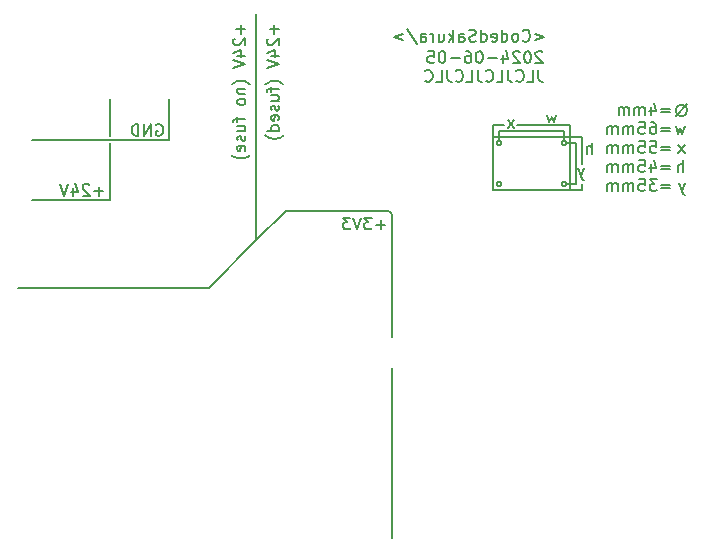
<source format=gbr>
%TF.GenerationSoftware,KiCad,Pcbnew,8.0.2*%
%TF.CreationDate,2024-06-05T10:22:25+03:00*%
%TF.ProjectId,LED driver,4c454420-6472-4697-9665-722e6b696361,rev?*%
%TF.SameCoordinates,Original*%
%TF.FileFunction,Legend,Bot*%
%TF.FilePolarity,Positive*%
%FSLAX46Y46*%
G04 Gerber Fmt 4.6, Leading zero omitted, Abs format (unit mm)*
G04 Created by KiCad (PCBNEW 8.0.2) date 2024-06-05 10:22:25*
%MOMM*%
%LPD*%
G01*
G04 APERTURE LIST*
%ADD10C,0.150000*%
G04 APERTURE END LIST*
D10*
X147855000Y-63325000D02*
X147855000Y-67825000D01*
X141855000Y-62825000D02*
X147355000Y-62825000D01*
X148855000Y-67275000D02*
X148855000Y-67825000D01*
X148855000Y-63325000D02*
X148855000Y-65625000D01*
X147855000Y-63325000D02*
X147855000Y-62325000D01*
X141355000Y-67825000D02*
X141355000Y-63325000D01*
X157805000Y-61075000D02*
G75*
G02*
X156805000Y-61075000I-500000J0D01*
G01*
X156805000Y-61075000D02*
G75*
G02*
X157805000Y-61075000I500000J0D01*
G01*
X143405000Y-62325000D02*
X147855000Y-62325000D01*
X141355000Y-62325000D02*
X142305000Y-62325000D01*
X108905000Y-63875000D02*
X108905000Y-68625000D01*
X147855000Y-67825000D02*
X141355000Y-67825000D01*
X148355000Y-63825000D02*
X147555000Y-63825000D01*
X142055000Y-67325000D02*
G75*
G02*
X141655000Y-67325000I-200000J0D01*
G01*
X141655000Y-67325000D02*
G75*
G02*
X142055000Y-67325000I200000J0D01*
G01*
X148855000Y-67825000D02*
X147855000Y-67825000D01*
X147855000Y-63325000D02*
X148855000Y-63325000D01*
X156805000Y-61575000D02*
X157805000Y-60575000D01*
X142055000Y-63825000D02*
G75*
G02*
X141655000Y-63825000I-200000J0D01*
G01*
X141655000Y-63825000D02*
G75*
G02*
X142055000Y-63825000I200000J0D01*
G01*
X141355000Y-63325000D02*
X147855000Y-63325000D01*
X108905000Y-60075000D02*
X108905000Y-63275000D01*
X102305000Y-63575000D02*
X113905000Y-63575000D01*
X141355000Y-63325000D02*
X141355000Y-62325000D01*
X117305000Y-76075000D02*
X121305000Y-72075000D01*
X108905000Y-68625000D02*
X102305000Y-68625000D01*
X101105000Y-76075000D02*
X117305000Y-76075000D01*
X147555000Y-67325000D02*
X148355000Y-67325000D01*
X123805000Y-69575000D02*
X132505000Y-69575000D01*
X141855000Y-62825000D02*
X141855000Y-63625000D01*
X132805000Y-82875000D02*
X132805000Y-97275000D01*
X132805000Y-69975000D02*
X132805000Y-80275000D01*
X147355000Y-63625000D02*
X147355000Y-62825000D01*
X147555000Y-63825000D02*
G75*
G02*
X147155000Y-63825000I-200000J0D01*
G01*
X147155000Y-63825000D02*
G75*
G02*
X147555000Y-63825000I200000J0D01*
G01*
X147555000Y-67325000D02*
G75*
G02*
X147155000Y-67325000I-200000J0D01*
G01*
X147155000Y-67325000D02*
G75*
G02*
X147555000Y-67325000I200000J0D01*
G01*
X113905000Y-63575000D02*
X113905000Y-60075000D01*
X132405000Y-69575000D02*
G75*
G02*
X132805000Y-69975000I0J-400000D01*
G01*
X148355000Y-67325000D02*
X148355000Y-63825000D01*
X121305000Y-72075000D02*
X121305000Y-52875000D01*
X121305000Y-72075000D02*
X123805000Y-69575000D01*
X119993866Y-53811779D02*
X119993866Y-54573684D01*
X120374819Y-54192731D02*
X119612914Y-54192731D01*
X119470057Y-55002255D02*
X119422438Y-55049874D01*
X119422438Y-55049874D02*
X119374819Y-55145112D01*
X119374819Y-55145112D02*
X119374819Y-55383207D01*
X119374819Y-55383207D02*
X119422438Y-55478445D01*
X119422438Y-55478445D02*
X119470057Y-55526064D01*
X119470057Y-55526064D02*
X119565295Y-55573683D01*
X119565295Y-55573683D02*
X119660533Y-55573683D01*
X119660533Y-55573683D02*
X119803390Y-55526064D01*
X119803390Y-55526064D02*
X120374819Y-54954636D01*
X120374819Y-54954636D02*
X120374819Y-55573683D01*
X119708152Y-56430826D02*
X120374819Y-56430826D01*
X119327200Y-56192731D02*
X120041485Y-55954636D01*
X120041485Y-55954636D02*
X120041485Y-56573683D01*
X119374819Y-56811779D02*
X120374819Y-57145112D01*
X120374819Y-57145112D02*
X119374819Y-57478445D01*
X120755771Y-58859398D02*
X120708152Y-58811779D01*
X120708152Y-58811779D02*
X120565295Y-58716541D01*
X120565295Y-58716541D02*
X120470057Y-58668922D01*
X120470057Y-58668922D02*
X120327200Y-58621303D01*
X120327200Y-58621303D02*
X120089104Y-58573684D01*
X120089104Y-58573684D02*
X119898628Y-58573684D01*
X119898628Y-58573684D02*
X119660533Y-58621303D01*
X119660533Y-58621303D02*
X119517676Y-58668922D01*
X119517676Y-58668922D02*
X119422438Y-58716541D01*
X119422438Y-58716541D02*
X119279580Y-58811779D01*
X119279580Y-58811779D02*
X119231961Y-58859398D01*
X119708152Y-59240351D02*
X120374819Y-59240351D01*
X119803390Y-59240351D02*
X119755771Y-59287970D01*
X119755771Y-59287970D02*
X119708152Y-59383208D01*
X119708152Y-59383208D02*
X119708152Y-59526065D01*
X119708152Y-59526065D02*
X119755771Y-59621303D01*
X119755771Y-59621303D02*
X119851009Y-59668922D01*
X119851009Y-59668922D02*
X120374819Y-59668922D01*
X120374819Y-60287970D02*
X120327200Y-60192732D01*
X120327200Y-60192732D02*
X120279580Y-60145113D01*
X120279580Y-60145113D02*
X120184342Y-60097494D01*
X120184342Y-60097494D02*
X119898628Y-60097494D01*
X119898628Y-60097494D02*
X119803390Y-60145113D01*
X119803390Y-60145113D02*
X119755771Y-60192732D01*
X119755771Y-60192732D02*
X119708152Y-60287970D01*
X119708152Y-60287970D02*
X119708152Y-60430827D01*
X119708152Y-60430827D02*
X119755771Y-60526065D01*
X119755771Y-60526065D02*
X119803390Y-60573684D01*
X119803390Y-60573684D02*
X119898628Y-60621303D01*
X119898628Y-60621303D02*
X120184342Y-60621303D01*
X120184342Y-60621303D02*
X120279580Y-60573684D01*
X120279580Y-60573684D02*
X120327200Y-60526065D01*
X120327200Y-60526065D02*
X120374819Y-60430827D01*
X120374819Y-60430827D02*
X120374819Y-60287970D01*
X119708152Y-61668923D02*
X119708152Y-62049875D01*
X120374819Y-61811780D02*
X119517676Y-61811780D01*
X119517676Y-61811780D02*
X119422438Y-61859399D01*
X119422438Y-61859399D02*
X119374819Y-61954637D01*
X119374819Y-61954637D02*
X119374819Y-62049875D01*
X119708152Y-62811780D02*
X120374819Y-62811780D01*
X119708152Y-62383209D02*
X120231961Y-62383209D01*
X120231961Y-62383209D02*
X120327200Y-62430828D01*
X120327200Y-62430828D02*
X120374819Y-62526066D01*
X120374819Y-62526066D02*
X120374819Y-62668923D01*
X120374819Y-62668923D02*
X120327200Y-62764161D01*
X120327200Y-62764161D02*
X120279580Y-62811780D01*
X120327200Y-63240352D02*
X120374819Y-63335590D01*
X120374819Y-63335590D02*
X120374819Y-63526066D01*
X120374819Y-63526066D02*
X120327200Y-63621304D01*
X120327200Y-63621304D02*
X120231961Y-63668923D01*
X120231961Y-63668923D02*
X120184342Y-63668923D01*
X120184342Y-63668923D02*
X120089104Y-63621304D01*
X120089104Y-63621304D02*
X120041485Y-63526066D01*
X120041485Y-63526066D02*
X120041485Y-63383209D01*
X120041485Y-63383209D02*
X119993866Y-63287971D01*
X119993866Y-63287971D02*
X119898628Y-63240352D01*
X119898628Y-63240352D02*
X119851009Y-63240352D01*
X119851009Y-63240352D02*
X119755771Y-63287971D01*
X119755771Y-63287971D02*
X119708152Y-63383209D01*
X119708152Y-63383209D02*
X119708152Y-63526066D01*
X119708152Y-63526066D02*
X119755771Y-63621304D01*
X120327200Y-64478447D02*
X120374819Y-64383209D01*
X120374819Y-64383209D02*
X120374819Y-64192733D01*
X120374819Y-64192733D02*
X120327200Y-64097495D01*
X120327200Y-64097495D02*
X120231961Y-64049876D01*
X120231961Y-64049876D02*
X119851009Y-64049876D01*
X119851009Y-64049876D02*
X119755771Y-64097495D01*
X119755771Y-64097495D02*
X119708152Y-64192733D01*
X119708152Y-64192733D02*
X119708152Y-64383209D01*
X119708152Y-64383209D02*
X119755771Y-64478447D01*
X119755771Y-64478447D02*
X119851009Y-64526066D01*
X119851009Y-64526066D02*
X119946247Y-64526066D01*
X119946247Y-64526066D02*
X120041485Y-64049876D01*
X120755771Y-64859400D02*
X120708152Y-64907019D01*
X120708152Y-64907019D02*
X120565295Y-65002257D01*
X120565295Y-65002257D02*
X120470057Y-65049876D01*
X120470057Y-65049876D02*
X120327200Y-65097495D01*
X120327200Y-65097495D02*
X120089104Y-65145114D01*
X120089104Y-65145114D02*
X119898628Y-65145114D01*
X119898628Y-65145114D02*
X119660533Y-65097495D01*
X119660533Y-65097495D02*
X119517676Y-65049876D01*
X119517676Y-65049876D02*
X119422438Y-65002257D01*
X119422438Y-65002257D02*
X119279580Y-64907019D01*
X119279580Y-64907019D02*
X119231961Y-64859400D01*
X112844411Y-62292438D02*
X112939649Y-62244819D01*
X112939649Y-62244819D02*
X113082506Y-62244819D01*
X113082506Y-62244819D02*
X113225363Y-62292438D01*
X113225363Y-62292438D02*
X113320601Y-62387676D01*
X113320601Y-62387676D02*
X113368220Y-62482914D01*
X113368220Y-62482914D02*
X113415839Y-62673390D01*
X113415839Y-62673390D02*
X113415839Y-62816247D01*
X113415839Y-62816247D02*
X113368220Y-63006723D01*
X113368220Y-63006723D02*
X113320601Y-63101961D01*
X113320601Y-63101961D02*
X113225363Y-63197200D01*
X113225363Y-63197200D02*
X113082506Y-63244819D01*
X113082506Y-63244819D02*
X112987268Y-63244819D01*
X112987268Y-63244819D02*
X112844411Y-63197200D01*
X112844411Y-63197200D02*
X112796792Y-63149580D01*
X112796792Y-63149580D02*
X112796792Y-62816247D01*
X112796792Y-62816247D02*
X112987268Y-62816247D01*
X112368220Y-63244819D02*
X112368220Y-62244819D01*
X112368220Y-62244819D02*
X111796792Y-63244819D01*
X111796792Y-63244819D02*
X111796792Y-62244819D01*
X111320601Y-63244819D02*
X111320601Y-62244819D01*
X111320601Y-62244819D02*
X111082506Y-62244819D01*
X111082506Y-62244819D02*
X110939649Y-62292438D01*
X110939649Y-62292438D02*
X110844411Y-62387676D01*
X110844411Y-62387676D02*
X110796792Y-62482914D01*
X110796792Y-62482914D02*
X110749173Y-62673390D01*
X110749173Y-62673390D02*
X110749173Y-62816247D01*
X110749173Y-62816247D02*
X110796792Y-63006723D01*
X110796792Y-63006723D02*
X110844411Y-63101961D01*
X110844411Y-63101961D02*
X110939649Y-63197200D01*
X110939649Y-63197200D02*
X111082506Y-63244819D01*
X111082506Y-63244819D02*
X111320601Y-63244819D01*
X122843866Y-53811779D02*
X122843866Y-54573684D01*
X123224819Y-54192731D02*
X122462914Y-54192731D01*
X122320057Y-55002255D02*
X122272438Y-55049874D01*
X122272438Y-55049874D02*
X122224819Y-55145112D01*
X122224819Y-55145112D02*
X122224819Y-55383207D01*
X122224819Y-55383207D02*
X122272438Y-55478445D01*
X122272438Y-55478445D02*
X122320057Y-55526064D01*
X122320057Y-55526064D02*
X122415295Y-55573683D01*
X122415295Y-55573683D02*
X122510533Y-55573683D01*
X122510533Y-55573683D02*
X122653390Y-55526064D01*
X122653390Y-55526064D02*
X123224819Y-54954636D01*
X123224819Y-54954636D02*
X123224819Y-55573683D01*
X122558152Y-56430826D02*
X123224819Y-56430826D01*
X122177200Y-56192731D02*
X122891485Y-55954636D01*
X122891485Y-55954636D02*
X122891485Y-56573683D01*
X122224819Y-56811779D02*
X123224819Y-57145112D01*
X123224819Y-57145112D02*
X122224819Y-57478445D01*
X123605771Y-58859398D02*
X123558152Y-58811779D01*
X123558152Y-58811779D02*
X123415295Y-58716541D01*
X123415295Y-58716541D02*
X123320057Y-58668922D01*
X123320057Y-58668922D02*
X123177200Y-58621303D01*
X123177200Y-58621303D02*
X122939104Y-58573684D01*
X122939104Y-58573684D02*
X122748628Y-58573684D01*
X122748628Y-58573684D02*
X122510533Y-58621303D01*
X122510533Y-58621303D02*
X122367676Y-58668922D01*
X122367676Y-58668922D02*
X122272438Y-58716541D01*
X122272438Y-58716541D02*
X122129580Y-58811779D01*
X122129580Y-58811779D02*
X122081961Y-58859398D01*
X122558152Y-59097494D02*
X122558152Y-59478446D01*
X123224819Y-59240351D02*
X122367676Y-59240351D01*
X122367676Y-59240351D02*
X122272438Y-59287970D01*
X122272438Y-59287970D02*
X122224819Y-59383208D01*
X122224819Y-59383208D02*
X122224819Y-59478446D01*
X122558152Y-60240351D02*
X123224819Y-60240351D01*
X122558152Y-59811780D02*
X123081961Y-59811780D01*
X123081961Y-59811780D02*
X123177200Y-59859399D01*
X123177200Y-59859399D02*
X123224819Y-59954637D01*
X123224819Y-59954637D02*
X123224819Y-60097494D01*
X123224819Y-60097494D02*
X123177200Y-60192732D01*
X123177200Y-60192732D02*
X123129580Y-60240351D01*
X123177200Y-60668923D02*
X123224819Y-60764161D01*
X123224819Y-60764161D02*
X123224819Y-60954637D01*
X123224819Y-60954637D02*
X123177200Y-61049875D01*
X123177200Y-61049875D02*
X123081961Y-61097494D01*
X123081961Y-61097494D02*
X123034342Y-61097494D01*
X123034342Y-61097494D02*
X122939104Y-61049875D01*
X122939104Y-61049875D02*
X122891485Y-60954637D01*
X122891485Y-60954637D02*
X122891485Y-60811780D01*
X122891485Y-60811780D02*
X122843866Y-60716542D01*
X122843866Y-60716542D02*
X122748628Y-60668923D01*
X122748628Y-60668923D02*
X122701009Y-60668923D01*
X122701009Y-60668923D02*
X122605771Y-60716542D01*
X122605771Y-60716542D02*
X122558152Y-60811780D01*
X122558152Y-60811780D02*
X122558152Y-60954637D01*
X122558152Y-60954637D02*
X122605771Y-61049875D01*
X123177200Y-61907018D02*
X123224819Y-61811780D01*
X123224819Y-61811780D02*
X123224819Y-61621304D01*
X123224819Y-61621304D02*
X123177200Y-61526066D01*
X123177200Y-61526066D02*
X123081961Y-61478447D01*
X123081961Y-61478447D02*
X122701009Y-61478447D01*
X122701009Y-61478447D02*
X122605771Y-61526066D01*
X122605771Y-61526066D02*
X122558152Y-61621304D01*
X122558152Y-61621304D02*
X122558152Y-61811780D01*
X122558152Y-61811780D02*
X122605771Y-61907018D01*
X122605771Y-61907018D02*
X122701009Y-61954637D01*
X122701009Y-61954637D02*
X122796247Y-61954637D01*
X122796247Y-61954637D02*
X122891485Y-61478447D01*
X123224819Y-62811780D02*
X122224819Y-62811780D01*
X123177200Y-62811780D02*
X123224819Y-62716542D01*
X123224819Y-62716542D02*
X123224819Y-62526066D01*
X123224819Y-62526066D02*
X123177200Y-62430828D01*
X123177200Y-62430828D02*
X123129580Y-62383209D01*
X123129580Y-62383209D02*
X123034342Y-62335590D01*
X123034342Y-62335590D02*
X122748628Y-62335590D01*
X122748628Y-62335590D02*
X122653390Y-62383209D01*
X122653390Y-62383209D02*
X122605771Y-62430828D01*
X122605771Y-62430828D02*
X122558152Y-62526066D01*
X122558152Y-62526066D02*
X122558152Y-62716542D01*
X122558152Y-62716542D02*
X122605771Y-62811780D01*
X123605771Y-63192733D02*
X123558152Y-63240352D01*
X123558152Y-63240352D02*
X123415295Y-63335590D01*
X123415295Y-63335590D02*
X123320057Y-63383209D01*
X123320057Y-63383209D02*
X123177200Y-63430828D01*
X123177200Y-63430828D02*
X122939104Y-63478447D01*
X122939104Y-63478447D02*
X122748628Y-63478447D01*
X122748628Y-63478447D02*
X122510533Y-63430828D01*
X122510533Y-63430828D02*
X122367676Y-63383209D01*
X122367676Y-63383209D02*
X122272438Y-63335590D01*
X122272438Y-63335590D02*
X122129580Y-63240352D01*
X122129580Y-63240352D02*
X122081961Y-63192733D01*
X145182506Y-57648319D02*
X145182506Y-58362604D01*
X145182506Y-58362604D02*
X145230125Y-58505461D01*
X145230125Y-58505461D02*
X145325363Y-58600700D01*
X145325363Y-58600700D02*
X145468220Y-58648319D01*
X145468220Y-58648319D02*
X145563458Y-58648319D01*
X144230125Y-58648319D02*
X144706315Y-58648319D01*
X144706315Y-58648319D02*
X144706315Y-57648319D01*
X143325363Y-58553080D02*
X143372982Y-58600700D01*
X143372982Y-58600700D02*
X143515839Y-58648319D01*
X143515839Y-58648319D02*
X143611077Y-58648319D01*
X143611077Y-58648319D02*
X143753934Y-58600700D01*
X143753934Y-58600700D02*
X143849172Y-58505461D01*
X143849172Y-58505461D02*
X143896791Y-58410223D01*
X143896791Y-58410223D02*
X143944410Y-58219747D01*
X143944410Y-58219747D02*
X143944410Y-58076890D01*
X143944410Y-58076890D02*
X143896791Y-57886414D01*
X143896791Y-57886414D02*
X143849172Y-57791176D01*
X143849172Y-57791176D02*
X143753934Y-57695938D01*
X143753934Y-57695938D02*
X143611077Y-57648319D01*
X143611077Y-57648319D02*
X143515839Y-57648319D01*
X143515839Y-57648319D02*
X143372982Y-57695938D01*
X143372982Y-57695938D02*
X143325363Y-57743557D01*
X142611077Y-57648319D02*
X142611077Y-58362604D01*
X142611077Y-58362604D02*
X142658696Y-58505461D01*
X142658696Y-58505461D02*
X142753934Y-58600700D01*
X142753934Y-58600700D02*
X142896791Y-58648319D01*
X142896791Y-58648319D02*
X142992029Y-58648319D01*
X141658696Y-58648319D02*
X142134886Y-58648319D01*
X142134886Y-58648319D02*
X142134886Y-57648319D01*
X140753934Y-58553080D02*
X140801553Y-58600700D01*
X140801553Y-58600700D02*
X140944410Y-58648319D01*
X140944410Y-58648319D02*
X141039648Y-58648319D01*
X141039648Y-58648319D02*
X141182505Y-58600700D01*
X141182505Y-58600700D02*
X141277743Y-58505461D01*
X141277743Y-58505461D02*
X141325362Y-58410223D01*
X141325362Y-58410223D02*
X141372981Y-58219747D01*
X141372981Y-58219747D02*
X141372981Y-58076890D01*
X141372981Y-58076890D02*
X141325362Y-57886414D01*
X141325362Y-57886414D02*
X141277743Y-57791176D01*
X141277743Y-57791176D02*
X141182505Y-57695938D01*
X141182505Y-57695938D02*
X141039648Y-57648319D01*
X141039648Y-57648319D02*
X140944410Y-57648319D01*
X140944410Y-57648319D02*
X140801553Y-57695938D01*
X140801553Y-57695938D02*
X140753934Y-57743557D01*
X140039648Y-57648319D02*
X140039648Y-58362604D01*
X140039648Y-58362604D02*
X140087267Y-58505461D01*
X140087267Y-58505461D02*
X140182505Y-58600700D01*
X140182505Y-58600700D02*
X140325362Y-58648319D01*
X140325362Y-58648319D02*
X140420600Y-58648319D01*
X139087267Y-58648319D02*
X139563457Y-58648319D01*
X139563457Y-58648319D02*
X139563457Y-57648319D01*
X138182505Y-58553080D02*
X138230124Y-58600700D01*
X138230124Y-58600700D02*
X138372981Y-58648319D01*
X138372981Y-58648319D02*
X138468219Y-58648319D01*
X138468219Y-58648319D02*
X138611076Y-58600700D01*
X138611076Y-58600700D02*
X138706314Y-58505461D01*
X138706314Y-58505461D02*
X138753933Y-58410223D01*
X138753933Y-58410223D02*
X138801552Y-58219747D01*
X138801552Y-58219747D02*
X138801552Y-58076890D01*
X138801552Y-58076890D02*
X138753933Y-57886414D01*
X138753933Y-57886414D02*
X138706314Y-57791176D01*
X138706314Y-57791176D02*
X138611076Y-57695938D01*
X138611076Y-57695938D02*
X138468219Y-57648319D01*
X138468219Y-57648319D02*
X138372981Y-57648319D01*
X138372981Y-57648319D02*
X138230124Y-57695938D01*
X138230124Y-57695938D02*
X138182505Y-57743557D01*
X137468219Y-57648319D02*
X137468219Y-58362604D01*
X137468219Y-58362604D02*
X137515838Y-58505461D01*
X137515838Y-58505461D02*
X137611076Y-58600700D01*
X137611076Y-58600700D02*
X137753933Y-58648319D01*
X137753933Y-58648319D02*
X137849171Y-58648319D01*
X136515838Y-58648319D02*
X136992028Y-58648319D01*
X136992028Y-58648319D02*
X136992028Y-57648319D01*
X135611076Y-58553080D02*
X135658695Y-58600700D01*
X135658695Y-58600700D02*
X135801552Y-58648319D01*
X135801552Y-58648319D02*
X135896790Y-58648319D01*
X135896790Y-58648319D02*
X136039647Y-58600700D01*
X136039647Y-58600700D02*
X136134885Y-58505461D01*
X136134885Y-58505461D02*
X136182504Y-58410223D01*
X136182504Y-58410223D02*
X136230123Y-58219747D01*
X136230123Y-58219747D02*
X136230123Y-58076890D01*
X136230123Y-58076890D02*
X136182504Y-57886414D01*
X136182504Y-57886414D02*
X136134885Y-57791176D01*
X136134885Y-57791176D02*
X136039647Y-57695938D01*
X136039647Y-57695938D02*
X135896790Y-57648319D01*
X135896790Y-57648319D02*
X135801552Y-57648319D01*
X135801552Y-57648319D02*
X135658695Y-57695938D01*
X135658695Y-57695938D02*
X135611076Y-57743557D01*
X144906316Y-54581652D02*
X145668220Y-54867366D01*
X145668220Y-54867366D02*
X144906316Y-55153080D01*
X143858697Y-55153080D02*
X143906316Y-55200700D01*
X143906316Y-55200700D02*
X144049173Y-55248319D01*
X144049173Y-55248319D02*
X144144411Y-55248319D01*
X144144411Y-55248319D02*
X144287268Y-55200700D01*
X144287268Y-55200700D02*
X144382506Y-55105461D01*
X144382506Y-55105461D02*
X144430125Y-55010223D01*
X144430125Y-55010223D02*
X144477744Y-54819747D01*
X144477744Y-54819747D02*
X144477744Y-54676890D01*
X144477744Y-54676890D02*
X144430125Y-54486414D01*
X144430125Y-54486414D02*
X144382506Y-54391176D01*
X144382506Y-54391176D02*
X144287268Y-54295938D01*
X144287268Y-54295938D02*
X144144411Y-54248319D01*
X144144411Y-54248319D02*
X144049173Y-54248319D01*
X144049173Y-54248319D02*
X143906316Y-54295938D01*
X143906316Y-54295938D02*
X143858697Y-54343557D01*
X143287268Y-55248319D02*
X143382506Y-55200700D01*
X143382506Y-55200700D02*
X143430125Y-55153080D01*
X143430125Y-55153080D02*
X143477744Y-55057842D01*
X143477744Y-55057842D02*
X143477744Y-54772128D01*
X143477744Y-54772128D02*
X143430125Y-54676890D01*
X143430125Y-54676890D02*
X143382506Y-54629271D01*
X143382506Y-54629271D02*
X143287268Y-54581652D01*
X143287268Y-54581652D02*
X143144411Y-54581652D01*
X143144411Y-54581652D02*
X143049173Y-54629271D01*
X143049173Y-54629271D02*
X143001554Y-54676890D01*
X143001554Y-54676890D02*
X142953935Y-54772128D01*
X142953935Y-54772128D02*
X142953935Y-55057842D01*
X142953935Y-55057842D02*
X143001554Y-55153080D01*
X143001554Y-55153080D02*
X143049173Y-55200700D01*
X143049173Y-55200700D02*
X143144411Y-55248319D01*
X143144411Y-55248319D02*
X143287268Y-55248319D01*
X142096792Y-55248319D02*
X142096792Y-54248319D01*
X142096792Y-55200700D02*
X142192030Y-55248319D01*
X142192030Y-55248319D02*
X142382506Y-55248319D01*
X142382506Y-55248319D02*
X142477744Y-55200700D01*
X142477744Y-55200700D02*
X142525363Y-55153080D01*
X142525363Y-55153080D02*
X142572982Y-55057842D01*
X142572982Y-55057842D02*
X142572982Y-54772128D01*
X142572982Y-54772128D02*
X142525363Y-54676890D01*
X142525363Y-54676890D02*
X142477744Y-54629271D01*
X142477744Y-54629271D02*
X142382506Y-54581652D01*
X142382506Y-54581652D02*
X142192030Y-54581652D01*
X142192030Y-54581652D02*
X142096792Y-54629271D01*
X141239649Y-55200700D02*
X141334887Y-55248319D01*
X141334887Y-55248319D02*
X141525363Y-55248319D01*
X141525363Y-55248319D02*
X141620601Y-55200700D01*
X141620601Y-55200700D02*
X141668220Y-55105461D01*
X141668220Y-55105461D02*
X141668220Y-54724509D01*
X141668220Y-54724509D02*
X141620601Y-54629271D01*
X141620601Y-54629271D02*
X141525363Y-54581652D01*
X141525363Y-54581652D02*
X141334887Y-54581652D01*
X141334887Y-54581652D02*
X141239649Y-54629271D01*
X141239649Y-54629271D02*
X141192030Y-54724509D01*
X141192030Y-54724509D02*
X141192030Y-54819747D01*
X141192030Y-54819747D02*
X141668220Y-54914985D01*
X140334887Y-55248319D02*
X140334887Y-54248319D01*
X140334887Y-55200700D02*
X140430125Y-55248319D01*
X140430125Y-55248319D02*
X140620601Y-55248319D01*
X140620601Y-55248319D02*
X140715839Y-55200700D01*
X140715839Y-55200700D02*
X140763458Y-55153080D01*
X140763458Y-55153080D02*
X140811077Y-55057842D01*
X140811077Y-55057842D02*
X140811077Y-54772128D01*
X140811077Y-54772128D02*
X140763458Y-54676890D01*
X140763458Y-54676890D02*
X140715839Y-54629271D01*
X140715839Y-54629271D02*
X140620601Y-54581652D01*
X140620601Y-54581652D02*
X140430125Y-54581652D01*
X140430125Y-54581652D02*
X140334887Y-54629271D01*
X139906315Y-55200700D02*
X139763458Y-55248319D01*
X139763458Y-55248319D02*
X139525363Y-55248319D01*
X139525363Y-55248319D02*
X139430125Y-55200700D01*
X139430125Y-55200700D02*
X139382506Y-55153080D01*
X139382506Y-55153080D02*
X139334887Y-55057842D01*
X139334887Y-55057842D02*
X139334887Y-54962604D01*
X139334887Y-54962604D02*
X139382506Y-54867366D01*
X139382506Y-54867366D02*
X139430125Y-54819747D01*
X139430125Y-54819747D02*
X139525363Y-54772128D01*
X139525363Y-54772128D02*
X139715839Y-54724509D01*
X139715839Y-54724509D02*
X139811077Y-54676890D01*
X139811077Y-54676890D02*
X139858696Y-54629271D01*
X139858696Y-54629271D02*
X139906315Y-54534033D01*
X139906315Y-54534033D02*
X139906315Y-54438795D01*
X139906315Y-54438795D02*
X139858696Y-54343557D01*
X139858696Y-54343557D02*
X139811077Y-54295938D01*
X139811077Y-54295938D02*
X139715839Y-54248319D01*
X139715839Y-54248319D02*
X139477744Y-54248319D01*
X139477744Y-54248319D02*
X139334887Y-54295938D01*
X138477744Y-55248319D02*
X138477744Y-54724509D01*
X138477744Y-54724509D02*
X138525363Y-54629271D01*
X138525363Y-54629271D02*
X138620601Y-54581652D01*
X138620601Y-54581652D02*
X138811077Y-54581652D01*
X138811077Y-54581652D02*
X138906315Y-54629271D01*
X138477744Y-55200700D02*
X138572982Y-55248319D01*
X138572982Y-55248319D02*
X138811077Y-55248319D01*
X138811077Y-55248319D02*
X138906315Y-55200700D01*
X138906315Y-55200700D02*
X138953934Y-55105461D01*
X138953934Y-55105461D02*
X138953934Y-55010223D01*
X138953934Y-55010223D02*
X138906315Y-54914985D01*
X138906315Y-54914985D02*
X138811077Y-54867366D01*
X138811077Y-54867366D02*
X138572982Y-54867366D01*
X138572982Y-54867366D02*
X138477744Y-54819747D01*
X138001553Y-55248319D02*
X138001553Y-54248319D01*
X137906315Y-54867366D02*
X137620601Y-55248319D01*
X137620601Y-54581652D02*
X138001553Y-54962604D01*
X136763458Y-54581652D02*
X136763458Y-55248319D01*
X137192029Y-54581652D02*
X137192029Y-55105461D01*
X137192029Y-55105461D02*
X137144410Y-55200700D01*
X137144410Y-55200700D02*
X137049172Y-55248319D01*
X137049172Y-55248319D02*
X136906315Y-55248319D01*
X136906315Y-55248319D02*
X136811077Y-55200700D01*
X136811077Y-55200700D02*
X136763458Y-55153080D01*
X136287267Y-55248319D02*
X136287267Y-54581652D01*
X136287267Y-54772128D02*
X136239648Y-54676890D01*
X136239648Y-54676890D02*
X136192029Y-54629271D01*
X136192029Y-54629271D02*
X136096791Y-54581652D01*
X136096791Y-54581652D02*
X136001553Y-54581652D01*
X135239648Y-55248319D02*
X135239648Y-54724509D01*
X135239648Y-54724509D02*
X135287267Y-54629271D01*
X135287267Y-54629271D02*
X135382505Y-54581652D01*
X135382505Y-54581652D02*
X135572981Y-54581652D01*
X135572981Y-54581652D02*
X135668219Y-54629271D01*
X135239648Y-55200700D02*
X135334886Y-55248319D01*
X135334886Y-55248319D02*
X135572981Y-55248319D01*
X135572981Y-55248319D02*
X135668219Y-55200700D01*
X135668219Y-55200700D02*
X135715838Y-55105461D01*
X135715838Y-55105461D02*
X135715838Y-55010223D01*
X135715838Y-55010223D02*
X135668219Y-54914985D01*
X135668219Y-54914985D02*
X135572981Y-54867366D01*
X135572981Y-54867366D02*
X135334886Y-54867366D01*
X135334886Y-54867366D02*
X135239648Y-54819747D01*
X134049172Y-54200700D02*
X134906314Y-55486414D01*
X133715838Y-54581652D02*
X132953934Y-54867366D01*
X132953934Y-54867366D02*
X133715838Y-55153080D01*
X157563458Y-62398320D02*
X157372982Y-63064987D01*
X157372982Y-63064987D02*
X157182506Y-62588796D01*
X157182506Y-62588796D02*
X156992030Y-63064987D01*
X156992030Y-63064987D02*
X156801554Y-62398320D01*
X157563458Y-64674931D02*
X157039649Y-64008264D01*
X157563458Y-64008264D02*
X157039649Y-64674931D01*
X157468220Y-66284875D02*
X157468220Y-65284875D01*
X157039649Y-66284875D02*
X157039649Y-65761065D01*
X157039649Y-65761065D02*
X157087268Y-65665827D01*
X157087268Y-65665827D02*
X157182506Y-65618208D01*
X157182506Y-65618208D02*
X157325363Y-65618208D01*
X157325363Y-65618208D02*
X157420601Y-65665827D01*
X157420601Y-65665827D02*
X157468220Y-65713446D01*
X157563458Y-67228152D02*
X157325363Y-67894819D01*
X157087268Y-67228152D02*
X157325363Y-67894819D01*
X157325363Y-67894819D02*
X157420601Y-68132914D01*
X157420601Y-68132914D02*
X157468220Y-68180533D01*
X157468220Y-68180533D02*
X157563458Y-68228152D01*
X156368220Y-60941009D02*
X155606316Y-60941009D01*
X155606316Y-61226723D02*
X156368220Y-61226723D01*
X154701554Y-60798152D02*
X154701554Y-61464819D01*
X154939649Y-60417200D02*
X155177744Y-61131485D01*
X155177744Y-61131485D02*
X154558697Y-61131485D01*
X154177744Y-61464819D02*
X154177744Y-60798152D01*
X154177744Y-60893390D02*
X154130125Y-60845771D01*
X154130125Y-60845771D02*
X154034887Y-60798152D01*
X154034887Y-60798152D02*
X153892030Y-60798152D01*
X153892030Y-60798152D02*
X153796792Y-60845771D01*
X153796792Y-60845771D02*
X153749173Y-60941009D01*
X153749173Y-60941009D02*
X153749173Y-61464819D01*
X153749173Y-60941009D02*
X153701554Y-60845771D01*
X153701554Y-60845771D02*
X153606316Y-60798152D01*
X153606316Y-60798152D02*
X153463459Y-60798152D01*
X153463459Y-60798152D02*
X153368220Y-60845771D01*
X153368220Y-60845771D02*
X153320601Y-60941009D01*
X153320601Y-60941009D02*
X153320601Y-61464819D01*
X152844411Y-61464819D02*
X152844411Y-60798152D01*
X152844411Y-60893390D02*
X152796792Y-60845771D01*
X152796792Y-60845771D02*
X152701554Y-60798152D01*
X152701554Y-60798152D02*
X152558697Y-60798152D01*
X152558697Y-60798152D02*
X152463459Y-60845771D01*
X152463459Y-60845771D02*
X152415840Y-60941009D01*
X152415840Y-60941009D02*
X152415840Y-61464819D01*
X152415840Y-60941009D02*
X152368221Y-60845771D01*
X152368221Y-60845771D02*
X152272983Y-60798152D01*
X152272983Y-60798152D02*
X152130126Y-60798152D01*
X152130126Y-60798152D02*
X152034887Y-60845771D01*
X152034887Y-60845771D02*
X151987268Y-60941009D01*
X151987268Y-60941009D02*
X151987268Y-61464819D01*
X156368220Y-62550953D02*
X155606316Y-62550953D01*
X155606316Y-62836667D02*
X156368220Y-62836667D01*
X154701554Y-62074763D02*
X154892030Y-62074763D01*
X154892030Y-62074763D02*
X154987268Y-62122382D01*
X154987268Y-62122382D02*
X155034887Y-62170001D01*
X155034887Y-62170001D02*
X155130125Y-62312858D01*
X155130125Y-62312858D02*
X155177744Y-62503334D01*
X155177744Y-62503334D02*
X155177744Y-62884286D01*
X155177744Y-62884286D02*
X155130125Y-62979524D01*
X155130125Y-62979524D02*
X155082506Y-63027144D01*
X155082506Y-63027144D02*
X154987268Y-63074763D01*
X154987268Y-63074763D02*
X154796792Y-63074763D01*
X154796792Y-63074763D02*
X154701554Y-63027144D01*
X154701554Y-63027144D02*
X154653935Y-62979524D01*
X154653935Y-62979524D02*
X154606316Y-62884286D01*
X154606316Y-62884286D02*
X154606316Y-62646191D01*
X154606316Y-62646191D02*
X154653935Y-62550953D01*
X154653935Y-62550953D02*
X154701554Y-62503334D01*
X154701554Y-62503334D02*
X154796792Y-62455715D01*
X154796792Y-62455715D02*
X154987268Y-62455715D01*
X154987268Y-62455715D02*
X155082506Y-62503334D01*
X155082506Y-62503334D02*
X155130125Y-62550953D01*
X155130125Y-62550953D02*
X155177744Y-62646191D01*
X153701554Y-62074763D02*
X154177744Y-62074763D01*
X154177744Y-62074763D02*
X154225363Y-62550953D01*
X154225363Y-62550953D02*
X154177744Y-62503334D01*
X154177744Y-62503334D02*
X154082506Y-62455715D01*
X154082506Y-62455715D02*
X153844411Y-62455715D01*
X153844411Y-62455715D02*
X153749173Y-62503334D01*
X153749173Y-62503334D02*
X153701554Y-62550953D01*
X153701554Y-62550953D02*
X153653935Y-62646191D01*
X153653935Y-62646191D02*
X153653935Y-62884286D01*
X153653935Y-62884286D02*
X153701554Y-62979524D01*
X153701554Y-62979524D02*
X153749173Y-63027144D01*
X153749173Y-63027144D02*
X153844411Y-63074763D01*
X153844411Y-63074763D02*
X154082506Y-63074763D01*
X154082506Y-63074763D02*
X154177744Y-63027144D01*
X154177744Y-63027144D02*
X154225363Y-62979524D01*
X153225363Y-63074763D02*
X153225363Y-62408096D01*
X153225363Y-62503334D02*
X153177744Y-62455715D01*
X153177744Y-62455715D02*
X153082506Y-62408096D01*
X153082506Y-62408096D02*
X152939649Y-62408096D01*
X152939649Y-62408096D02*
X152844411Y-62455715D01*
X152844411Y-62455715D02*
X152796792Y-62550953D01*
X152796792Y-62550953D02*
X152796792Y-63074763D01*
X152796792Y-62550953D02*
X152749173Y-62455715D01*
X152749173Y-62455715D02*
X152653935Y-62408096D01*
X152653935Y-62408096D02*
X152511078Y-62408096D01*
X152511078Y-62408096D02*
X152415839Y-62455715D01*
X152415839Y-62455715D02*
X152368220Y-62550953D01*
X152368220Y-62550953D02*
X152368220Y-63074763D01*
X151892030Y-63074763D02*
X151892030Y-62408096D01*
X151892030Y-62503334D02*
X151844411Y-62455715D01*
X151844411Y-62455715D02*
X151749173Y-62408096D01*
X151749173Y-62408096D02*
X151606316Y-62408096D01*
X151606316Y-62408096D02*
X151511078Y-62455715D01*
X151511078Y-62455715D02*
X151463459Y-62550953D01*
X151463459Y-62550953D02*
X151463459Y-63074763D01*
X151463459Y-62550953D02*
X151415840Y-62455715D01*
X151415840Y-62455715D02*
X151320602Y-62408096D01*
X151320602Y-62408096D02*
X151177745Y-62408096D01*
X151177745Y-62408096D02*
X151082506Y-62455715D01*
X151082506Y-62455715D02*
X151034887Y-62550953D01*
X151034887Y-62550953D02*
X151034887Y-63074763D01*
X156368220Y-64160897D02*
X155606316Y-64160897D01*
X155606316Y-64446611D02*
X156368220Y-64446611D01*
X154653935Y-63684707D02*
X155130125Y-63684707D01*
X155130125Y-63684707D02*
X155177744Y-64160897D01*
X155177744Y-64160897D02*
X155130125Y-64113278D01*
X155130125Y-64113278D02*
X155034887Y-64065659D01*
X155034887Y-64065659D02*
X154796792Y-64065659D01*
X154796792Y-64065659D02*
X154701554Y-64113278D01*
X154701554Y-64113278D02*
X154653935Y-64160897D01*
X154653935Y-64160897D02*
X154606316Y-64256135D01*
X154606316Y-64256135D02*
X154606316Y-64494230D01*
X154606316Y-64494230D02*
X154653935Y-64589468D01*
X154653935Y-64589468D02*
X154701554Y-64637088D01*
X154701554Y-64637088D02*
X154796792Y-64684707D01*
X154796792Y-64684707D02*
X155034887Y-64684707D01*
X155034887Y-64684707D02*
X155130125Y-64637088D01*
X155130125Y-64637088D02*
X155177744Y-64589468D01*
X153701554Y-63684707D02*
X154177744Y-63684707D01*
X154177744Y-63684707D02*
X154225363Y-64160897D01*
X154225363Y-64160897D02*
X154177744Y-64113278D01*
X154177744Y-64113278D02*
X154082506Y-64065659D01*
X154082506Y-64065659D02*
X153844411Y-64065659D01*
X153844411Y-64065659D02*
X153749173Y-64113278D01*
X153749173Y-64113278D02*
X153701554Y-64160897D01*
X153701554Y-64160897D02*
X153653935Y-64256135D01*
X153653935Y-64256135D02*
X153653935Y-64494230D01*
X153653935Y-64494230D02*
X153701554Y-64589468D01*
X153701554Y-64589468D02*
X153749173Y-64637088D01*
X153749173Y-64637088D02*
X153844411Y-64684707D01*
X153844411Y-64684707D02*
X154082506Y-64684707D01*
X154082506Y-64684707D02*
X154177744Y-64637088D01*
X154177744Y-64637088D02*
X154225363Y-64589468D01*
X153225363Y-64684707D02*
X153225363Y-64018040D01*
X153225363Y-64113278D02*
X153177744Y-64065659D01*
X153177744Y-64065659D02*
X153082506Y-64018040D01*
X153082506Y-64018040D02*
X152939649Y-64018040D01*
X152939649Y-64018040D02*
X152844411Y-64065659D01*
X152844411Y-64065659D02*
X152796792Y-64160897D01*
X152796792Y-64160897D02*
X152796792Y-64684707D01*
X152796792Y-64160897D02*
X152749173Y-64065659D01*
X152749173Y-64065659D02*
X152653935Y-64018040D01*
X152653935Y-64018040D02*
X152511078Y-64018040D01*
X152511078Y-64018040D02*
X152415839Y-64065659D01*
X152415839Y-64065659D02*
X152368220Y-64160897D01*
X152368220Y-64160897D02*
X152368220Y-64684707D01*
X151892030Y-64684707D02*
X151892030Y-64018040D01*
X151892030Y-64113278D02*
X151844411Y-64065659D01*
X151844411Y-64065659D02*
X151749173Y-64018040D01*
X151749173Y-64018040D02*
X151606316Y-64018040D01*
X151606316Y-64018040D02*
X151511078Y-64065659D01*
X151511078Y-64065659D02*
X151463459Y-64160897D01*
X151463459Y-64160897D02*
X151463459Y-64684707D01*
X151463459Y-64160897D02*
X151415840Y-64065659D01*
X151415840Y-64065659D02*
X151320602Y-64018040D01*
X151320602Y-64018040D02*
X151177745Y-64018040D01*
X151177745Y-64018040D02*
X151082506Y-64065659D01*
X151082506Y-64065659D02*
X151034887Y-64160897D01*
X151034887Y-64160897D02*
X151034887Y-64684707D01*
X156368220Y-65770841D02*
X155606316Y-65770841D01*
X155606316Y-66056555D02*
X156368220Y-66056555D01*
X154701554Y-65627984D02*
X154701554Y-66294651D01*
X154939649Y-65247032D02*
X155177744Y-65961317D01*
X155177744Y-65961317D02*
X154558697Y-65961317D01*
X153701554Y-65294651D02*
X154177744Y-65294651D01*
X154177744Y-65294651D02*
X154225363Y-65770841D01*
X154225363Y-65770841D02*
X154177744Y-65723222D01*
X154177744Y-65723222D02*
X154082506Y-65675603D01*
X154082506Y-65675603D02*
X153844411Y-65675603D01*
X153844411Y-65675603D02*
X153749173Y-65723222D01*
X153749173Y-65723222D02*
X153701554Y-65770841D01*
X153701554Y-65770841D02*
X153653935Y-65866079D01*
X153653935Y-65866079D02*
X153653935Y-66104174D01*
X153653935Y-66104174D02*
X153701554Y-66199412D01*
X153701554Y-66199412D02*
X153749173Y-66247032D01*
X153749173Y-66247032D02*
X153844411Y-66294651D01*
X153844411Y-66294651D02*
X154082506Y-66294651D01*
X154082506Y-66294651D02*
X154177744Y-66247032D01*
X154177744Y-66247032D02*
X154225363Y-66199412D01*
X153225363Y-66294651D02*
X153225363Y-65627984D01*
X153225363Y-65723222D02*
X153177744Y-65675603D01*
X153177744Y-65675603D02*
X153082506Y-65627984D01*
X153082506Y-65627984D02*
X152939649Y-65627984D01*
X152939649Y-65627984D02*
X152844411Y-65675603D01*
X152844411Y-65675603D02*
X152796792Y-65770841D01*
X152796792Y-65770841D02*
X152796792Y-66294651D01*
X152796792Y-65770841D02*
X152749173Y-65675603D01*
X152749173Y-65675603D02*
X152653935Y-65627984D01*
X152653935Y-65627984D02*
X152511078Y-65627984D01*
X152511078Y-65627984D02*
X152415839Y-65675603D01*
X152415839Y-65675603D02*
X152368220Y-65770841D01*
X152368220Y-65770841D02*
X152368220Y-66294651D01*
X151892030Y-66294651D02*
X151892030Y-65627984D01*
X151892030Y-65723222D02*
X151844411Y-65675603D01*
X151844411Y-65675603D02*
X151749173Y-65627984D01*
X151749173Y-65627984D02*
X151606316Y-65627984D01*
X151606316Y-65627984D02*
X151511078Y-65675603D01*
X151511078Y-65675603D02*
X151463459Y-65770841D01*
X151463459Y-65770841D02*
X151463459Y-66294651D01*
X151463459Y-65770841D02*
X151415840Y-65675603D01*
X151415840Y-65675603D02*
X151320602Y-65627984D01*
X151320602Y-65627984D02*
X151177745Y-65627984D01*
X151177745Y-65627984D02*
X151082506Y-65675603D01*
X151082506Y-65675603D02*
X151034887Y-65770841D01*
X151034887Y-65770841D02*
X151034887Y-66294651D01*
X156368220Y-67380785D02*
X155606316Y-67380785D01*
X155606316Y-67666499D02*
X156368220Y-67666499D01*
X155225363Y-66904595D02*
X154606316Y-66904595D01*
X154606316Y-66904595D02*
X154939649Y-67285547D01*
X154939649Y-67285547D02*
X154796792Y-67285547D01*
X154796792Y-67285547D02*
X154701554Y-67333166D01*
X154701554Y-67333166D02*
X154653935Y-67380785D01*
X154653935Y-67380785D02*
X154606316Y-67476023D01*
X154606316Y-67476023D02*
X154606316Y-67714118D01*
X154606316Y-67714118D02*
X154653935Y-67809356D01*
X154653935Y-67809356D02*
X154701554Y-67856976D01*
X154701554Y-67856976D02*
X154796792Y-67904595D01*
X154796792Y-67904595D02*
X155082506Y-67904595D01*
X155082506Y-67904595D02*
X155177744Y-67856976D01*
X155177744Y-67856976D02*
X155225363Y-67809356D01*
X153701554Y-66904595D02*
X154177744Y-66904595D01*
X154177744Y-66904595D02*
X154225363Y-67380785D01*
X154225363Y-67380785D02*
X154177744Y-67333166D01*
X154177744Y-67333166D02*
X154082506Y-67285547D01*
X154082506Y-67285547D02*
X153844411Y-67285547D01*
X153844411Y-67285547D02*
X153749173Y-67333166D01*
X153749173Y-67333166D02*
X153701554Y-67380785D01*
X153701554Y-67380785D02*
X153653935Y-67476023D01*
X153653935Y-67476023D02*
X153653935Y-67714118D01*
X153653935Y-67714118D02*
X153701554Y-67809356D01*
X153701554Y-67809356D02*
X153749173Y-67856976D01*
X153749173Y-67856976D02*
X153844411Y-67904595D01*
X153844411Y-67904595D02*
X154082506Y-67904595D01*
X154082506Y-67904595D02*
X154177744Y-67856976D01*
X154177744Y-67856976D02*
X154225363Y-67809356D01*
X153225363Y-67904595D02*
X153225363Y-67237928D01*
X153225363Y-67333166D02*
X153177744Y-67285547D01*
X153177744Y-67285547D02*
X153082506Y-67237928D01*
X153082506Y-67237928D02*
X152939649Y-67237928D01*
X152939649Y-67237928D02*
X152844411Y-67285547D01*
X152844411Y-67285547D02*
X152796792Y-67380785D01*
X152796792Y-67380785D02*
X152796792Y-67904595D01*
X152796792Y-67380785D02*
X152749173Y-67285547D01*
X152749173Y-67285547D02*
X152653935Y-67237928D01*
X152653935Y-67237928D02*
X152511078Y-67237928D01*
X152511078Y-67237928D02*
X152415839Y-67285547D01*
X152415839Y-67285547D02*
X152368220Y-67380785D01*
X152368220Y-67380785D02*
X152368220Y-67904595D01*
X151892030Y-67904595D02*
X151892030Y-67237928D01*
X151892030Y-67333166D02*
X151844411Y-67285547D01*
X151844411Y-67285547D02*
X151749173Y-67237928D01*
X151749173Y-67237928D02*
X151606316Y-67237928D01*
X151606316Y-67237928D02*
X151511078Y-67285547D01*
X151511078Y-67285547D02*
X151463459Y-67380785D01*
X151463459Y-67380785D02*
X151463459Y-67904595D01*
X151463459Y-67380785D02*
X151415840Y-67285547D01*
X151415840Y-67285547D02*
X151320602Y-67237928D01*
X151320602Y-67237928D02*
X151177745Y-67237928D01*
X151177745Y-67237928D02*
X151082506Y-67285547D01*
X151082506Y-67285547D02*
X151034887Y-67380785D01*
X151034887Y-67380785D02*
X151034887Y-67904595D01*
X149043094Y-65978152D02*
X148804999Y-66644819D01*
X148566904Y-65978152D02*
X148804999Y-66644819D01*
X148804999Y-66644819D02*
X148900237Y-66882914D01*
X148900237Y-66882914D02*
X148947856Y-66930533D01*
X148947856Y-66930533D02*
X149043094Y-66978152D01*
X108368220Y-67913866D02*
X107606316Y-67913866D01*
X107987268Y-68294819D02*
X107987268Y-67532914D01*
X107177744Y-67390057D02*
X107130125Y-67342438D01*
X107130125Y-67342438D02*
X107034887Y-67294819D01*
X107034887Y-67294819D02*
X106796792Y-67294819D01*
X106796792Y-67294819D02*
X106701554Y-67342438D01*
X106701554Y-67342438D02*
X106653935Y-67390057D01*
X106653935Y-67390057D02*
X106606316Y-67485295D01*
X106606316Y-67485295D02*
X106606316Y-67580533D01*
X106606316Y-67580533D02*
X106653935Y-67723390D01*
X106653935Y-67723390D02*
X107225363Y-68294819D01*
X107225363Y-68294819D02*
X106606316Y-68294819D01*
X105749173Y-67628152D02*
X105749173Y-68294819D01*
X105987268Y-67247200D02*
X106225363Y-67961485D01*
X106225363Y-67961485D02*
X105606316Y-67961485D01*
X105368220Y-67294819D02*
X105034887Y-68294819D01*
X105034887Y-68294819D02*
X104701554Y-67294819D01*
X149719285Y-64794819D02*
X149719285Y-63794819D01*
X149290714Y-64794819D02*
X149290714Y-64271009D01*
X149290714Y-64271009D02*
X149338333Y-64175771D01*
X149338333Y-64175771D02*
X149433571Y-64128152D01*
X149433571Y-64128152D02*
X149576428Y-64128152D01*
X149576428Y-64128152D02*
X149671666Y-64175771D01*
X149671666Y-64175771D02*
X149719285Y-64223390D01*
X145515839Y-56143557D02*
X145468220Y-56095938D01*
X145468220Y-56095938D02*
X145372982Y-56048319D01*
X145372982Y-56048319D02*
X145134887Y-56048319D01*
X145134887Y-56048319D02*
X145039649Y-56095938D01*
X145039649Y-56095938D02*
X144992030Y-56143557D01*
X144992030Y-56143557D02*
X144944411Y-56238795D01*
X144944411Y-56238795D02*
X144944411Y-56334033D01*
X144944411Y-56334033D02*
X144992030Y-56476890D01*
X144992030Y-56476890D02*
X145563458Y-57048319D01*
X145563458Y-57048319D02*
X144944411Y-57048319D01*
X144325363Y-56048319D02*
X144230125Y-56048319D01*
X144230125Y-56048319D02*
X144134887Y-56095938D01*
X144134887Y-56095938D02*
X144087268Y-56143557D01*
X144087268Y-56143557D02*
X144039649Y-56238795D01*
X144039649Y-56238795D02*
X143992030Y-56429271D01*
X143992030Y-56429271D02*
X143992030Y-56667366D01*
X143992030Y-56667366D02*
X144039649Y-56857842D01*
X144039649Y-56857842D02*
X144087268Y-56953080D01*
X144087268Y-56953080D02*
X144134887Y-57000700D01*
X144134887Y-57000700D02*
X144230125Y-57048319D01*
X144230125Y-57048319D02*
X144325363Y-57048319D01*
X144325363Y-57048319D02*
X144420601Y-57000700D01*
X144420601Y-57000700D02*
X144468220Y-56953080D01*
X144468220Y-56953080D02*
X144515839Y-56857842D01*
X144515839Y-56857842D02*
X144563458Y-56667366D01*
X144563458Y-56667366D02*
X144563458Y-56429271D01*
X144563458Y-56429271D02*
X144515839Y-56238795D01*
X144515839Y-56238795D02*
X144468220Y-56143557D01*
X144468220Y-56143557D02*
X144420601Y-56095938D01*
X144420601Y-56095938D02*
X144325363Y-56048319D01*
X143611077Y-56143557D02*
X143563458Y-56095938D01*
X143563458Y-56095938D02*
X143468220Y-56048319D01*
X143468220Y-56048319D02*
X143230125Y-56048319D01*
X143230125Y-56048319D02*
X143134887Y-56095938D01*
X143134887Y-56095938D02*
X143087268Y-56143557D01*
X143087268Y-56143557D02*
X143039649Y-56238795D01*
X143039649Y-56238795D02*
X143039649Y-56334033D01*
X143039649Y-56334033D02*
X143087268Y-56476890D01*
X143087268Y-56476890D02*
X143658696Y-57048319D01*
X143658696Y-57048319D02*
X143039649Y-57048319D01*
X142182506Y-56381652D02*
X142182506Y-57048319D01*
X142420601Y-56000700D02*
X142658696Y-56714985D01*
X142658696Y-56714985D02*
X142039649Y-56714985D01*
X141658696Y-56667366D02*
X140896792Y-56667366D01*
X140230125Y-56048319D02*
X140134887Y-56048319D01*
X140134887Y-56048319D02*
X140039649Y-56095938D01*
X140039649Y-56095938D02*
X139992030Y-56143557D01*
X139992030Y-56143557D02*
X139944411Y-56238795D01*
X139944411Y-56238795D02*
X139896792Y-56429271D01*
X139896792Y-56429271D02*
X139896792Y-56667366D01*
X139896792Y-56667366D02*
X139944411Y-56857842D01*
X139944411Y-56857842D02*
X139992030Y-56953080D01*
X139992030Y-56953080D02*
X140039649Y-57000700D01*
X140039649Y-57000700D02*
X140134887Y-57048319D01*
X140134887Y-57048319D02*
X140230125Y-57048319D01*
X140230125Y-57048319D02*
X140325363Y-57000700D01*
X140325363Y-57000700D02*
X140372982Y-56953080D01*
X140372982Y-56953080D02*
X140420601Y-56857842D01*
X140420601Y-56857842D02*
X140468220Y-56667366D01*
X140468220Y-56667366D02*
X140468220Y-56429271D01*
X140468220Y-56429271D02*
X140420601Y-56238795D01*
X140420601Y-56238795D02*
X140372982Y-56143557D01*
X140372982Y-56143557D02*
X140325363Y-56095938D01*
X140325363Y-56095938D02*
X140230125Y-56048319D01*
X139039649Y-56048319D02*
X139230125Y-56048319D01*
X139230125Y-56048319D02*
X139325363Y-56095938D01*
X139325363Y-56095938D02*
X139372982Y-56143557D01*
X139372982Y-56143557D02*
X139468220Y-56286414D01*
X139468220Y-56286414D02*
X139515839Y-56476890D01*
X139515839Y-56476890D02*
X139515839Y-56857842D01*
X139515839Y-56857842D02*
X139468220Y-56953080D01*
X139468220Y-56953080D02*
X139420601Y-57000700D01*
X139420601Y-57000700D02*
X139325363Y-57048319D01*
X139325363Y-57048319D02*
X139134887Y-57048319D01*
X139134887Y-57048319D02*
X139039649Y-57000700D01*
X139039649Y-57000700D02*
X138992030Y-56953080D01*
X138992030Y-56953080D02*
X138944411Y-56857842D01*
X138944411Y-56857842D02*
X138944411Y-56619747D01*
X138944411Y-56619747D02*
X138992030Y-56524509D01*
X138992030Y-56524509D02*
X139039649Y-56476890D01*
X139039649Y-56476890D02*
X139134887Y-56429271D01*
X139134887Y-56429271D02*
X139325363Y-56429271D01*
X139325363Y-56429271D02*
X139420601Y-56476890D01*
X139420601Y-56476890D02*
X139468220Y-56524509D01*
X139468220Y-56524509D02*
X139515839Y-56619747D01*
X138515839Y-56667366D02*
X137753935Y-56667366D01*
X137087268Y-56048319D02*
X136992030Y-56048319D01*
X136992030Y-56048319D02*
X136896792Y-56095938D01*
X136896792Y-56095938D02*
X136849173Y-56143557D01*
X136849173Y-56143557D02*
X136801554Y-56238795D01*
X136801554Y-56238795D02*
X136753935Y-56429271D01*
X136753935Y-56429271D02*
X136753935Y-56667366D01*
X136753935Y-56667366D02*
X136801554Y-56857842D01*
X136801554Y-56857842D02*
X136849173Y-56953080D01*
X136849173Y-56953080D02*
X136896792Y-57000700D01*
X136896792Y-57000700D02*
X136992030Y-57048319D01*
X136992030Y-57048319D02*
X137087268Y-57048319D01*
X137087268Y-57048319D02*
X137182506Y-57000700D01*
X137182506Y-57000700D02*
X137230125Y-56953080D01*
X137230125Y-56953080D02*
X137277744Y-56857842D01*
X137277744Y-56857842D02*
X137325363Y-56667366D01*
X137325363Y-56667366D02*
X137325363Y-56429271D01*
X137325363Y-56429271D02*
X137277744Y-56238795D01*
X137277744Y-56238795D02*
X137230125Y-56143557D01*
X137230125Y-56143557D02*
X137182506Y-56095938D01*
X137182506Y-56095938D02*
X137087268Y-56048319D01*
X135849173Y-56048319D02*
X136325363Y-56048319D01*
X136325363Y-56048319D02*
X136372982Y-56524509D01*
X136372982Y-56524509D02*
X136325363Y-56476890D01*
X136325363Y-56476890D02*
X136230125Y-56429271D01*
X136230125Y-56429271D02*
X135992030Y-56429271D01*
X135992030Y-56429271D02*
X135896792Y-56476890D01*
X135896792Y-56476890D02*
X135849173Y-56524509D01*
X135849173Y-56524509D02*
X135801554Y-56619747D01*
X135801554Y-56619747D02*
X135801554Y-56857842D01*
X135801554Y-56857842D02*
X135849173Y-56953080D01*
X135849173Y-56953080D02*
X135896792Y-57000700D01*
X135896792Y-57000700D02*
X135992030Y-57048319D01*
X135992030Y-57048319D02*
X136230125Y-57048319D01*
X136230125Y-57048319D02*
X136325363Y-57000700D01*
X136325363Y-57000700D02*
X136372982Y-56953080D01*
X143116904Y-62594819D02*
X142593095Y-61928152D01*
X143116904Y-61928152D02*
X142593095Y-62594819D01*
X132218220Y-70763866D02*
X131456316Y-70763866D01*
X131837268Y-71144819D02*
X131837268Y-70382914D01*
X131075363Y-70144819D02*
X130456316Y-70144819D01*
X130456316Y-70144819D02*
X130789649Y-70525771D01*
X130789649Y-70525771D02*
X130646792Y-70525771D01*
X130646792Y-70525771D02*
X130551554Y-70573390D01*
X130551554Y-70573390D02*
X130503935Y-70621009D01*
X130503935Y-70621009D02*
X130456316Y-70716247D01*
X130456316Y-70716247D02*
X130456316Y-70954342D01*
X130456316Y-70954342D02*
X130503935Y-71049580D01*
X130503935Y-71049580D02*
X130551554Y-71097200D01*
X130551554Y-71097200D02*
X130646792Y-71144819D01*
X130646792Y-71144819D02*
X130932506Y-71144819D01*
X130932506Y-71144819D02*
X131027744Y-71097200D01*
X131027744Y-71097200D02*
X131075363Y-71049580D01*
X130170601Y-70144819D02*
X129837268Y-71144819D01*
X129837268Y-71144819D02*
X129503935Y-70144819D01*
X129265839Y-70144819D02*
X128646792Y-70144819D01*
X128646792Y-70144819D02*
X128980125Y-70525771D01*
X128980125Y-70525771D02*
X128837268Y-70525771D01*
X128837268Y-70525771D02*
X128742030Y-70573390D01*
X128742030Y-70573390D02*
X128694411Y-70621009D01*
X128694411Y-70621009D02*
X128646792Y-70716247D01*
X128646792Y-70716247D02*
X128646792Y-70954342D01*
X128646792Y-70954342D02*
X128694411Y-71049580D01*
X128694411Y-71049580D02*
X128742030Y-71097200D01*
X128742030Y-71097200D02*
X128837268Y-71144819D01*
X128837268Y-71144819D02*
X129122982Y-71144819D01*
X129122982Y-71144819D02*
X129218220Y-71097200D01*
X129218220Y-71097200D02*
X129265839Y-71049580D01*
X146685951Y-61428152D02*
X146495475Y-62094819D01*
X146495475Y-62094819D02*
X146304999Y-61618628D01*
X146304999Y-61618628D02*
X146114523Y-62094819D01*
X146114523Y-62094819D02*
X145924047Y-61428152D01*
M02*

</source>
